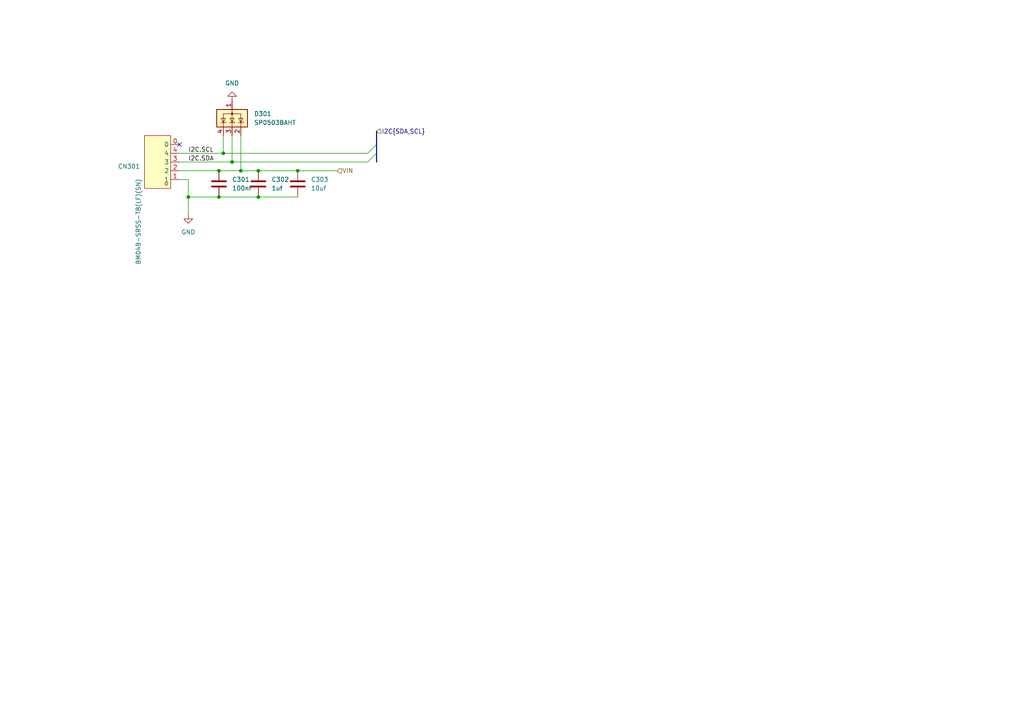
<source format=kicad_sch>
(kicad_sch (version 20250114) (generator "eeschema") (generator_version "9.0")
  (paper "A4")
  (lib_symbols
    (symbol "Device:C" (pin_numbers (hide yes)) (pin_names (offset 0.254))
      (property "Reference" "C" (at 0.635 2.54 0))
      (property "Value" "C" (at 0.635 -2.54 0))
      (symbol "C_0_1"
        (polyline (pts (xy -2.032 0.762) (xy 2.032 0.762)) (stroke (width 0.508)))
        (polyline (pts (xy -2.032 -0.762) (xy 2.032 -0.762)) (stroke (width 0.508)))
      )
      (symbol "C_1_1"
        (pin passive line (at 0 3.81 270) (length 2.794) (name "~") (number "1"))
        (pin passive line (at 0 -3.81 90) (length 2.794) (name "~") (number "2"))
      )
    )
    (symbol "Power_Protection:SP0503BAHT" (pin_names (hide yes))
      (property "Reference" "D" (at 5.715 2.54 0))
      (property "Value" "SP0503BAHT" (at 5.715 0.635 0))
      (symbol "SP0503BAHT_0_0"
        (pin passive line (at 0 -5.08 90) (length 2.54) (name "A") (number "1"))
      )
      (symbol "SP0503BAHT_0_1"
        (rectangle (start -4.445 2.54) (end 4.445 -2.54) (stroke (width 0.254)) (fill (type background)))
        (polyline (pts (xy -3.302 1.016) (xy -3.302 1.27) (xy -1.905 1.27) (xy -1.778 1.27)))
        (polyline (pts (xy -2.54 2.54) (xy -2.54 1.27)))
        (polyline (pts (xy -2.54 1.27) (xy -2.54 -1.27) (xy 2.54 -1.27) (xy 2.54 1.27)))
        (polyline (pts (xy -2.54 1.27) (xy -1.905 0) (xy -3.175 0) (xy -2.54 1.27)))
        (polyline (pts (xy 0 2.54) (xy 0 1.27)))
        (polyline (pts (xy 0 -1.27) (xy 0 1.27)))
        (polyline (pts (xy 0 -1.27) (xy 0 -2.54)))
        (circle (center 0 -1.27) (radius 0.254) (fill (type outline)))
        (polyline (pts (xy 0.635 1.27) (xy 0.762 1.27)))
        (polyline (pts (xy 0.635 1.27) (xy -0.762 1.27) (xy -0.762 1.016)))
        (polyline (pts (xy 0.635 0) (xy -0.635 0) (xy 0 1.27) (xy 0.635 0)))
        (polyline (pts (xy 1.778 1.016) (xy 1.778 1.27) (xy 3.175 1.27) (xy 3.302 1.27)))
        (polyline (pts (xy 2.54 2.54) (xy 2.54 1.27)))
        (polyline (pts (xy 2.54 1.27) (xy 1.905 0) (xy 3.175 0) (xy 2.54 1.27)))
      )
      (symbol "SP0503BAHT_1_1"
        (pin passive line (at -2.54 5.08 270) (length 2.54) (name "K") (number "2"))
        (pin passive line (at 0 5.08 270) (length 2.54) (name "K") (number "3"))
        (pin passive line (at 2.54 5.08 270) (length 2.54) (name "K") (number "4"))
      )
    )
    (symbol "easyeda2kicad:BM04B-SRSS-TB(LF)(SN)"
      (property "Reference" "CN" (at 0 10.16 0))
      (property "Value" "BM04B-SRSS-TB(LF)(SN)" (at 0 -10.16 0))
      (symbol "BM04B-SRSS-TB(LF)(SN)_0_1"
        (rectangle (start -2.54 7.62) (end 5.08 -7.62) (fill (type background)))
        (circle (center -1.27 6.35) (radius 0.38))
        (pin unspecified line (at -5.08 5.08 0) (length 2.54) (name "1") (number "1"))
        (pin unspecified line (at -5.08 2.54 0) (length 2.54) (name "2") (number "2"))
        (pin unspecified line (at -5.08 0 0) (length 2.54) (name "3") (number "3"))
        (pin unspecified line (at -5.08 -2.54 0) (length 2.54) (name "4") (number "4"))
        (pin unspecified line (at -5.08 -5.08 0) (length 2.54) (name "0") (number "0"))
      )
    )
    (symbol "power:GND" (power) (pin_numbers (hide yes)) (pin_names (offset 0) (hide yes))
      (property "Value" "GND" (at 0 -3.81 0))
      (symbol "GND_0_1"
        (polyline (pts (xy 0 0) (xy 0 -1.27) (xy 1.27 -1.27) (xy 0 -2.54) (xy -1.27 -1.27) (xy 0 -1.27)))
      )
      (symbol "GND_1_1"
        (pin power_in line (at 0 0 270) (length 0) (name "~") (number "1"))
      )
    )
  )
  (junction (at 69.85 49.53))
  (junction (at 64.77 44.45))
  (junction (at 63.5 49.53))
  (junction (at 67.31 46.99))
  (junction (at 63.5 57.15))
  (junction (at 74.93 57.15))
  (junction (at 86.36 49.53))
  (junction (at 54.61 57.15))
  (junction (at 74.93 49.53))
  (no_connect (at 52.07 41.91))
  (bus_entry (at 109.22 41.91) (size -2.54 2.54))
  (bus_entry (at 109.22 44.45) (size -2.54 2.54))
  (wire (pts (xy 54.61 57.15) (xy 54.61 52.07)))
  (wire (pts (xy 86.36 49.53) (xy 97.79 49.53)))
  (wire (pts (xy 52.07 46.99) (xy 67.31 46.99)))
  (wire (pts (xy 63.5 49.53) (xy 69.85 49.53)))
  (wire (pts (xy 64.77 39.37) (xy 64.77 44.45)))
  (wire (pts (xy 69.85 39.37) (xy 69.85 49.53)))
  (wire (pts (xy 52.07 44.45) (xy 64.77 44.45)))
  (wire (pts (xy 74.93 57.15) (xy 86.36 57.15)))
  (wire (pts (xy 54.61 52.07) (xy 52.07 52.07)))
  (wire (pts (xy 52.07 49.53) (xy 63.5 49.53)))
  (wire (pts (xy 64.77 44.45) (xy 106.68 44.45)))
  (bus (pts (xy 109.22 38.1) (xy 109.22 41.91)))
  (wire (pts (xy 67.31 39.37) (xy 67.31 46.99)))
  (wire (pts (xy 74.93 49.53) (xy 86.36 49.53)))
  (wire (pts (xy 54.61 57.15) (xy 63.5 57.15)))
  (wire (pts (xy 63.5 57.15) (xy 74.93 57.15)))
  (bus (pts (xy 109.22 41.91) (xy 109.22 44.45)))
  (wire (pts (xy 67.31 46.99) (xy 106.68 46.99)))
  (wire (pts (xy 54.61 62.23) (xy 54.61 57.15)))
  (wire (pts (xy 69.85 49.53) (xy 74.93 49.53)))
  (bus (pts (xy 109.22 44.45) (xy 109.22 46.99)))
  (label "I2C.SCL" (at 54.61 44.45 0))
  (label "I2C.SDA" (at 54.61 46.99 0))
  (hierarchical_label "I2C{SDA,SCL}" (shape input) (at 109.22 38.1 0))
  (hierarchical_label "VIN" (shape input) (at 97.79 49.53 0))
  (symbol (lib_id "easyeda2kicad:BM04B-SRSS-TB(LF)(SN)") (at 46.99 46.99 180) (unit 1)
    (property "Reference" "CN201" (at 40.64 48.2601 0) (effects (justify left)))
    (property "Value" "BM04B-SRSS-TB(LF)(SN)" (at 40.132 51.816 90) (effects (justify left)))
    (property "Footprint" "easyeda2kicad:CONN-SMD_BM04B-SRSS-TB" (effects (hide yes)))
    (property "Datasheet" "https://lcsc.com/product-detail/Others_JST-Sales-America__JST-Sales-America-BM04B-SRSS-TB-LF-SN_C160390.html" (effects (hide yes)))
    (property "LCSC Part" "C160390" (effects (hide yes)))
    (instances (project "windows" (path "" (reference "CN301") (unit 1)) (path "" (reference "CN201") (unit 1))))
  )
  (symbol (lib_id "Device:C") (at 74.93 53.34 0) (unit 1)
    (property "Reference" "C202" (at 78.74 52.0699 0) (effects (justify left)))
    (property "Value" "1uf" (at 78.74 54.6099 0) (effects (justify left)))
    (property "Footprint" "Capacitor_SMD:C_0603_1608Metric" (effects (hide yes)))
    (property "Description" "Unpolarized capacitor" (effects (hide yes)))
    (instances (project "windows" (path "" (reference "C302") (unit 1)) (path "" (reference "C202") (unit 1))))
  )
  (symbol (lib_id "Device:C") (at 63.5 53.34 0) (unit 1)
    (property "Reference" "C201" (at 67.31 52.0699 0) (effects (justify left)))
    (property "Value" "100nf" (at 67.31 54.6099 0) (effects (justify left)))
    (property "Footprint" "Capacitor_SMD:C_0603_1608Metric" (effects (hide yes)))
    (property "Description" "Unpolarized capacitor" (effects (hide yes)))
    (instances (project "windows" (path "" (reference "C301") (unit 1)) (path "" (reference "C201") (unit 1))))
  )
  (symbol (lib_id "power:GND") (at 67.31 29.21 180) (unit 1)
    (property "Reference" "#PWR0201" (effects (hide yes)))
    (property "Value" "GND" (at 67.31 24.13 0))
    (property "Description" "Power symbol creates a global label with name \"GND\" , ground" (effects (hide yes)))
    (instances (project "windows" (path "" (reference "#PWR0301") (unit 1)) (path "" (reference "#PWR0201") (unit 1))))
  )
  (symbol (lib_id "Power_Protection:SP0503BAHT") (at 67.31 34.29 180) (unit 1)
    (property "Reference" "D201" (at 73.66 33.0199 0) (effects (justify right)))
    (property "Value" "SP0503BAHT" (at 73.66 35.5599 0) (effects (justify right)))
    (property "Footprint" "Package_TO_SOT_SMD:SOT-143" (effects (hide yes)))
    (property "Datasheet" "http://www.littelfuse.com/~/media/files/littelfuse/technical%20resources/documents/data%20sheets/sp05xxba.pdf" (effects (hide yes)))
    (property "Description" "TVS Diode Array, 5.5V Standoff, 3 Channels, SOT-143 package" (effects (hide yes)))
    (instances (project "windows" (path "" (reference "D301") (unit 1)) (path "" (reference "D201") (unit 1))))
  )
  (symbol (lib_id "power:GND") (at 54.61 62.23 0) (unit 1)
    (property "Reference" "#PWR0202" (effects (hide yes)))
    (property "Value" "GND" (at 54.61 67.31 0))
    (property "Description" "Power symbol creates a global label with name \"GND\" , ground" (effects (hide yes)))
    (instances (project "windows" (path "" (reference "#PWR0302") (unit 1)) (path "" (reference "#PWR0202") (unit 1))))
  )
  (symbol (lib_id "Device:C") (at 86.36 53.34 0) (unit 1)
    (property "Reference" "C203" (at 90.17 52.0699 0) (effects (justify left)))
    (property "Value" "10uf" (at 90.17 54.6099 0) (effects (justify left)))
    (property "Footprint" "Capacitor_SMD:C_0603_1608Metric" (effects (hide yes)))
    (property "Description" "Unpolarized capacitor" (effects (hide yes)))
    (instances (project "windows" (path "" (reference "C303") (unit 1)) (path "" (reference "C203") (unit 1))))
  )
)
</source>
